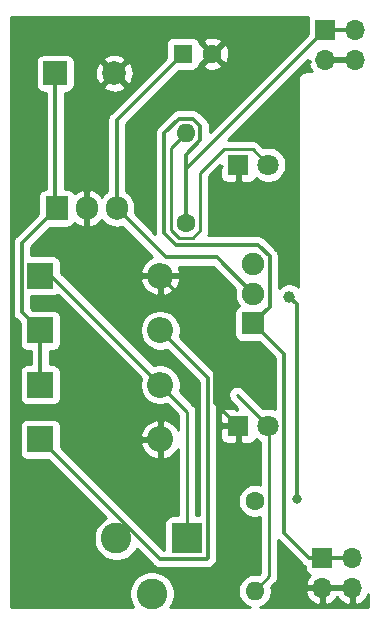
<source format=gtl>
%TF.GenerationSoftware,KiCad,Pcbnew,(5.1.7)-1*%
%TF.CreationDate,2020-12-23T17:26:37-03:00*%
%TF.ProjectId,Breadboard Power Supply,42726561-6462-46f6-9172-6420506f7765,-*%
%TF.SameCoordinates,Original*%
%TF.FileFunction,Copper,L1,Top*%
%TF.FilePolarity,Positive*%
%FSLAX46Y46*%
G04 Gerber Fmt 4.6, Leading zero omitted, Abs format (unit mm)*
G04 Created by KiCad (PCBNEW (5.1.7)-1) date 2020-12-23 17:26:37*
%MOMM*%
%LPD*%
G01*
G04 APERTURE LIST*
%TA.AperFunction,ComponentPad*%
%ADD10R,2.000000X2.000000*%
%TD*%
%TA.AperFunction,ComponentPad*%
%ADD11C,2.000000*%
%TD*%
%TA.AperFunction,ComponentPad*%
%ADD12R,1.600000X1.600000*%
%TD*%
%TA.AperFunction,ComponentPad*%
%ADD13C,1.600000*%
%TD*%
%TA.AperFunction,ComponentPad*%
%ADD14O,2.200000X2.200000*%
%TD*%
%TA.AperFunction,ComponentPad*%
%ADD15R,2.200000X2.200000*%
%TD*%
%TA.AperFunction,ComponentPad*%
%ADD16R,1.800000X1.800000*%
%TD*%
%TA.AperFunction,ComponentPad*%
%ADD17C,1.800000*%
%TD*%
%TA.AperFunction,ComponentPad*%
%ADD18R,2.600000X2.600000*%
%TD*%
%TA.AperFunction,ComponentPad*%
%ADD19C,2.600000*%
%TD*%
%TA.AperFunction,ComponentPad*%
%ADD20R,1.700000X1.700000*%
%TD*%
%TA.AperFunction,ComponentPad*%
%ADD21O,1.700000X1.700000*%
%TD*%
%TA.AperFunction,ComponentPad*%
%ADD22O,1.600000X1.600000*%
%TD*%
%TA.AperFunction,ComponentPad*%
%ADD23R,1.900000X1.900000*%
%TD*%
%TA.AperFunction,ComponentPad*%
%ADD24C,1.900000*%
%TD*%
%TA.AperFunction,ComponentPad*%
%ADD25R,1.905000X2.000000*%
%TD*%
%TA.AperFunction,ComponentPad*%
%ADD26O,1.905000X2.000000*%
%TD*%
%TA.AperFunction,ViaPad*%
%ADD27C,1.000000*%
%TD*%
%TA.AperFunction,ViaPad*%
%ADD28C,0.800000*%
%TD*%
%TA.AperFunction,Conductor*%
%ADD29C,0.300000*%
%TD*%
%TA.AperFunction,Conductor*%
%ADD30C,0.250000*%
%TD*%
%TA.AperFunction,Conductor*%
%ADD31C,0.254000*%
%TD*%
%TA.AperFunction,Conductor*%
%ADD32C,0.100000*%
%TD*%
G04 APERTURE END LIST*
D10*
%TO.P,C1,1*%
%TO.N,/Vin*%
X117348000Y-68834000D03*
D11*
%TO.P,C1,2*%
%TO.N,/V-*%
X122348000Y-68834000D03*
%TD*%
D12*
%TO.P,C2,1*%
%TO.N,/Vout1*%
X128143000Y-67183000D03*
D13*
%TO.P,C2,2*%
%TO.N,/V-*%
X130643000Y-67183000D03*
%TD*%
D14*
%TO.P,D1,2*%
%TO.N,Net-(D1-Pad2)*%
X126238000Y-95207666D03*
D15*
%TO.P,D1,1*%
%TO.N,/Vin*%
X116078000Y-95207666D03*
%TD*%
D14*
%TO.P,D2,2*%
%TO.N,/V-*%
X126238000Y-85979000D03*
D15*
%TO.P,D2,1*%
%TO.N,Net-(D1-Pad2)*%
X116078000Y-85979000D03*
%TD*%
%TO.P,D3,1*%
%TO.N,Net-(D3-Pad1)*%
X116078000Y-99822000D03*
D14*
%TO.P,D3,2*%
%TO.N,/V-*%
X126238000Y-99822000D03*
%TD*%
D15*
%TO.P,D4,1*%
%TO.N,/Vin*%
X116078000Y-90593333D03*
D14*
%TO.P,D4,2*%
%TO.N,Net-(D3-Pad1)*%
X126238000Y-90593333D03*
%TD*%
D16*
%TO.P,D5,1*%
%TO.N,/V-*%
X132842000Y-98679000D03*
D17*
%TO.P,D5,2*%
%TO.N,Net-(D5-Pad2)*%
X135382000Y-98679000D03*
%TD*%
%TO.P,D6,2*%
%TO.N,Net-(D6-Pad2)*%
X135382000Y-76581000D03*
D16*
%TO.P,D6,1*%
%TO.N,/V-*%
X132842000Y-76581000D03*
%TD*%
D18*
%TO.P,J1,1*%
%TO.N,Net-(D1-Pad2)*%
X128524000Y-108204000D03*
D19*
%TO.P,J1,2*%
%TO.N,Net-(D3-Pad1)*%
X122524000Y-108204000D03*
%TO.P,J1,3*%
%TO.N,N/C*%
X125524000Y-112904000D03*
%TD*%
D20*
%TO.P,J2,1*%
%TO.N,/Vout2*%
X140208000Y-65151000D03*
D21*
%TO.P,J2,2*%
X142748000Y-65151000D03*
%TO.P,J2,3*%
%TO.N,/V-*%
X140208000Y-67691000D03*
%TO.P,J2,4*%
X142748000Y-67691000D03*
%TD*%
%TO.P,J3,4*%
%TO.N,/V-*%
X142494000Y-112395000D03*
%TO.P,J3,3*%
X139954000Y-112395000D03*
%TO.P,J3,2*%
%TO.N,/Vout2*%
X142494000Y-109855000D03*
D20*
%TO.P,J3,1*%
X139954000Y-109855000D03*
%TD*%
D13*
%TO.P,R1,1*%
%TO.N,/Vout1*%
X134239000Y-105029000D03*
D22*
%TO.P,R1,2*%
%TO.N,Net-(D5-Pad2)*%
X134239000Y-112649000D03*
%TD*%
%TO.P,R2,2*%
%TO.N,Net-(D6-Pad2)*%
X128397000Y-73914000D03*
D13*
%TO.P,R2,1*%
%TO.N,/Vout2*%
X128397000Y-81534000D03*
%TD*%
D23*
%TO.P,SW1,1*%
%TO.N,/Vout2*%
X134112000Y-90010000D03*
D24*
%TO.P,SW1,2*%
%TO.N,/Vout1*%
X134112000Y-87510000D03*
%TO.P,SW1,3*%
%TO.N,N/C*%
X134112000Y-85010000D03*
%TD*%
D25*
%TO.P,U1,1*%
%TO.N,/Vin*%
X117475000Y-80264000D03*
D26*
%TO.P,U1,2*%
%TO.N,/V-*%
X120015000Y-80264000D03*
%TO.P,U1,3*%
%TO.N,/Vout1*%
X122555000Y-80264000D03*
%TD*%
D27*
%TO.N,/Vout1*%
X137160000Y-87757000D03*
D28*
X137795000Y-104902000D03*
%TD*%
D29*
%TO.N,/Vin*%
X116078000Y-95207666D02*
X116078000Y-90593333D01*
X117348000Y-80137000D02*
X117475000Y-80264000D01*
X117348000Y-68834000D02*
X117348000Y-80137000D01*
X114527999Y-83211001D02*
X117475000Y-80264000D01*
X114527999Y-89043332D02*
X114527999Y-83211001D01*
X116078000Y-90593333D02*
X114527999Y-89043332D01*
%TO.N,/Vout1*%
X122555000Y-72771000D02*
X122555000Y-80264000D01*
X128143000Y-67183000D02*
X122555000Y-72771000D01*
X126719999Y-84428999D02*
X122555000Y-80264000D01*
X131030999Y-84428999D02*
X126719999Y-84428999D01*
X134112000Y-87510000D02*
X131030999Y-84428999D01*
X137795000Y-88392000D02*
X137160000Y-87757000D01*
X137795000Y-104902000D02*
X137795000Y-88392000D01*
D30*
%TO.N,Net-(D1-Pad2)*%
X128524000Y-97493666D02*
X126238000Y-95207666D01*
X128524000Y-108204000D02*
X128524000Y-97493666D01*
X117009334Y-85979000D02*
X116078000Y-85979000D01*
X126238000Y-95207666D02*
X117009334Y-85979000D01*
D29*
%TO.N,Net-(D3-Pad1)*%
X130274001Y-94629334D02*
X126238000Y-90593333D01*
X130274001Y-109864001D02*
X130274001Y-94629334D01*
X130184001Y-109954001D02*
X130274001Y-109864001D01*
X126210001Y-109954001D02*
X130184001Y-109954001D01*
X116078000Y-99822000D02*
X126210001Y-109954001D01*
D30*
%TO.N,Net-(D5-Pad2)*%
X132736999Y-96033999D02*
X135382000Y-98679000D01*
X135464001Y-98761001D02*
X135382000Y-98679000D01*
X135464001Y-111423999D02*
X135464001Y-98761001D01*
X134239000Y-112649000D02*
X135464001Y-111423999D01*
%TO.N,Net-(D6-Pad2)*%
X134056999Y-75255999D02*
X135382000Y-76581000D01*
X131601999Y-75255999D02*
X134056999Y-75255999D01*
X129622001Y-77235997D02*
X131601999Y-75255999D01*
X129622001Y-82122001D02*
X129622001Y-77235997D01*
X128985001Y-82759001D02*
X129622001Y-82122001D01*
X127808999Y-82759001D02*
X128985001Y-82759001D01*
X127171999Y-82122001D02*
X127808999Y-82759001D01*
X127171999Y-75139001D02*
X127171999Y-82122001D01*
X128397000Y-73914000D02*
X127171999Y-75139001D01*
D29*
%TO.N,/Vout2*%
X142494000Y-109855000D02*
X139954000Y-109855000D01*
X136732001Y-92630001D02*
X134112000Y-90010000D01*
X136732001Y-107783001D02*
X136732001Y-92630001D01*
X138804000Y-109855000D02*
X136732001Y-107783001D01*
X139954000Y-109855000D02*
X138804000Y-109855000D01*
X142748000Y-65151000D02*
X140208000Y-65151000D01*
X128397000Y-76962000D02*
X128397000Y-81534000D01*
X140208000Y-65151000D02*
X128397000Y-76962000D01*
X128397000Y-75764002D02*
X128397000Y-81534000D01*
X129647001Y-74514001D02*
X128397000Y-75764002D01*
X129647001Y-73313999D02*
X129647001Y-74514001D01*
X128997001Y-72663999D02*
X129647001Y-73313999D01*
X127796999Y-72663999D02*
X128997001Y-72663999D01*
X126596989Y-73864009D02*
X127796999Y-72663999D01*
X126596989Y-82360177D02*
X126596989Y-73864009D01*
X127570823Y-83334011D02*
X126596989Y-82360177D01*
X134508013Y-83334011D02*
X127570823Y-83334011D01*
X135512001Y-84337999D02*
X134508013Y-83334011D01*
X135512001Y-88609999D02*
X135512001Y-84337999D01*
X134112000Y-90010000D02*
X135512001Y-88609999D01*
%TO.N,/V-*%
X130874011Y-90615011D02*
X130874011Y-96711011D01*
X130874011Y-96711011D02*
X132842000Y-98679000D01*
X126238000Y-85979000D02*
X130874011Y-90615011D01*
%TD*%
D31*
%TO.N,/V-*%
X138221658Y-110382816D02*
X138246236Y-110412764D01*
X138276184Y-110437342D01*
X138276187Y-110437345D01*
X138305559Y-110461450D01*
X138365767Y-110510862D01*
X138465928Y-110564399D01*
X138465928Y-110705000D01*
X138478188Y-110829482D01*
X138514498Y-110949180D01*
X138573463Y-111059494D01*
X138652815Y-111156185D01*
X138749506Y-111235537D01*
X138859820Y-111294502D01*
X138940466Y-111318966D01*
X138856412Y-111394731D01*
X138682359Y-111628080D01*
X138557175Y-111890901D01*
X138512524Y-112038110D01*
X138633845Y-112268000D01*
X139827000Y-112268000D01*
X139827000Y-112248000D01*
X140081000Y-112248000D01*
X140081000Y-112268000D01*
X142367000Y-112268000D01*
X142367000Y-112248000D01*
X142621000Y-112248000D01*
X142621000Y-112268000D01*
X142641000Y-112268000D01*
X142641000Y-112522000D01*
X142621000Y-112522000D01*
X142621000Y-113715814D01*
X142850891Y-113836481D01*
X143125252Y-113739157D01*
X143375355Y-113590178D01*
X143591588Y-113395269D01*
X143765641Y-113161920D01*
X143866000Y-112951218D01*
X143866000Y-114021000D01*
X134676533Y-114021000D01*
X134918727Y-113920680D01*
X135153759Y-113763637D01*
X135353637Y-113563759D01*
X135510680Y-113328727D01*
X135618853Y-113067574D01*
X135674000Y-112790335D01*
X135674000Y-112751890D01*
X138512524Y-112751890D01*
X138557175Y-112899099D01*
X138682359Y-113161920D01*
X138856412Y-113395269D01*
X139072645Y-113590178D01*
X139322748Y-113739157D01*
X139597109Y-113836481D01*
X139827000Y-113715814D01*
X139827000Y-112522000D01*
X140081000Y-112522000D01*
X140081000Y-113715814D01*
X140310891Y-113836481D01*
X140585252Y-113739157D01*
X140835355Y-113590178D01*
X141051588Y-113395269D01*
X141224000Y-113164120D01*
X141396412Y-113395269D01*
X141612645Y-113590178D01*
X141862748Y-113739157D01*
X142137109Y-113836481D01*
X142367000Y-113715814D01*
X142367000Y-112522000D01*
X140081000Y-112522000D01*
X139827000Y-112522000D01*
X138633845Y-112522000D01*
X138512524Y-112751890D01*
X135674000Y-112751890D01*
X135674000Y-112507665D01*
X135637688Y-112325114D01*
X135975005Y-111987797D01*
X136004002Y-111964000D01*
X136063993Y-111890901D01*
X136098975Y-111848276D01*
X136169547Y-111716246D01*
X136196291Y-111628080D01*
X136213004Y-111572985D01*
X136224001Y-111461332D01*
X136224001Y-111461323D01*
X136227677Y-111424000D01*
X136224001Y-111386677D01*
X136224001Y-108385158D01*
X138221658Y-110382816D01*
%TA.AperFunction,Conductor*%
D32*
G36*
X138221658Y-110382816D02*
G01*
X138246236Y-110412764D01*
X138276184Y-110437342D01*
X138276187Y-110437345D01*
X138305559Y-110461450D01*
X138365767Y-110510862D01*
X138465928Y-110564399D01*
X138465928Y-110705000D01*
X138478188Y-110829482D01*
X138514498Y-110949180D01*
X138573463Y-111059494D01*
X138652815Y-111156185D01*
X138749506Y-111235537D01*
X138859820Y-111294502D01*
X138940466Y-111318966D01*
X138856412Y-111394731D01*
X138682359Y-111628080D01*
X138557175Y-111890901D01*
X138512524Y-112038110D01*
X138633845Y-112268000D01*
X139827000Y-112268000D01*
X139827000Y-112248000D01*
X140081000Y-112248000D01*
X140081000Y-112268000D01*
X142367000Y-112268000D01*
X142367000Y-112248000D01*
X142621000Y-112248000D01*
X142621000Y-112268000D01*
X142641000Y-112268000D01*
X142641000Y-112522000D01*
X142621000Y-112522000D01*
X142621000Y-113715814D01*
X142850891Y-113836481D01*
X143125252Y-113739157D01*
X143375355Y-113590178D01*
X143591588Y-113395269D01*
X143765641Y-113161920D01*
X143866000Y-112951218D01*
X143866000Y-114021000D01*
X134676533Y-114021000D01*
X134918727Y-113920680D01*
X135153759Y-113763637D01*
X135353637Y-113563759D01*
X135510680Y-113328727D01*
X135618853Y-113067574D01*
X135674000Y-112790335D01*
X135674000Y-112751890D01*
X138512524Y-112751890D01*
X138557175Y-112899099D01*
X138682359Y-113161920D01*
X138856412Y-113395269D01*
X139072645Y-113590178D01*
X139322748Y-113739157D01*
X139597109Y-113836481D01*
X139827000Y-113715814D01*
X139827000Y-112522000D01*
X140081000Y-112522000D01*
X140081000Y-113715814D01*
X140310891Y-113836481D01*
X140585252Y-113739157D01*
X140835355Y-113590178D01*
X141051588Y-113395269D01*
X141224000Y-113164120D01*
X141396412Y-113395269D01*
X141612645Y-113590178D01*
X141862748Y-113739157D01*
X142137109Y-113836481D01*
X142367000Y-113715814D01*
X142367000Y-112522000D01*
X140081000Y-112522000D01*
X139827000Y-112522000D01*
X138633845Y-112522000D01*
X138512524Y-112751890D01*
X135674000Y-112751890D01*
X135674000Y-112507665D01*
X135637688Y-112325114D01*
X135975005Y-111987797D01*
X136004002Y-111964000D01*
X136063993Y-111890901D01*
X136098975Y-111848276D01*
X136169547Y-111716246D01*
X136196291Y-111628080D01*
X136213004Y-111572985D01*
X136224001Y-111461332D01*
X136224001Y-111461323D01*
X136227677Y-111424000D01*
X136224001Y-111386677D01*
X136224001Y-108385158D01*
X138221658Y-110382816D01*
G37*
%TD.AperFunction*%
D31*
X138768498Y-64056820D02*
X138732188Y-64176518D01*
X138719928Y-64301000D01*
X138719928Y-65528914D01*
X130432001Y-73816842D01*
X130432001Y-73352555D01*
X130435798Y-73313999D01*
X130432001Y-73275439D01*
X130432001Y-73275438D01*
X130425480Y-73209232D01*
X130420643Y-73160112D01*
X130375755Y-73012139D01*
X130351018Y-72965859D01*
X130302863Y-72875766D01*
X130204765Y-72756235D01*
X130174812Y-72731653D01*
X129579348Y-72136189D01*
X129554765Y-72106235D01*
X129435234Y-72008137D01*
X129298861Y-71935245D01*
X129150888Y-71890358D01*
X129035562Y-71878999D01*
X129035554Y-71878999D01*
X128997001Y-71875202D01*
X128958448Y-71878999D01*
X127835551Y-71878999D01*
X127796998Y-71875202D01*
X127758445Y-71878999D01*
X127758438Y-71878999D01*
X127657489Y-71888942D01*
X127643111Y-71890358D01*
X127608671Y-71900805D01*
X127495139Y-71935245D01*
X127358766Y-72008137D01*
X127317205Y-72042246D01*
X127269186Y-72081654D01*
X127269183Y-72081657D01*
X127239235Y-72106235D01*
X127214657Y-72136184D01*
X126069174Y-73281667D01*
X126039226Y-73306245D01*
X126014648Y-73336193D01*
X126014644Y-73336197D01*
X126000571Y-73353345D01*
X125941128Y-73425776D01*
X125903900Y-73495426D01*
X125868235Y-73562150D01*
X125823348Y-73710123D01*
X125808192Y-73864009D01*
X125811990Y-73902572D01*
X125811989Y-82321624D01*
X125808192Y-82360177D01*
X125811989Y-82398730D01*
X125811989Y-82398737D01*
X125813310Y-82412153D01*
X124097263Y-80696106D01*
X124119530Y-80622703D01*
X124142500Y-80389485D01*
X124142500Y-80138514D01*
X124119530Y-79905296D01*
X124028755Y-79606051D01*
X123881345Y-79330265D01*
X123682963Y-79088537D01*
X123441234Y-78890155D01*
X123340000Y-78836045D01*
X123340000Y-73096157D01*
X127815086Y-68621072D01*
X128943000Y-68621072D01*
X129067482Y-68608812D01*
X129187180Y-68572502D01*
X129297494Y-68513537D01*
X129394185Y-68434185D01*
X129473537Y-68337494D01*
X129532502Y-68227180D01*
X129548117Y-68175702D01*
X129829903Y-68175702D01*
X129901486Y-68419671D01*
X130156996Y-68540571D01*
X130431184Y-68609300D01*
X130713512Y-68623217D01*
X130993130Y-68581787D01*
X131259292Y-68486603D01*
X131384514Y-68419671D01*
X131456097Y-68175702D01*
X130643000Y-67362605D01*
X129829903Y-68175702D01*
X129548117Y-68175702D01*
X129568812Y-68107482D01*
X129581072Y-67983000D01*
X129581072Y-67975785D01*
X129650298Y-67996097D01*
X130463395Y-67183000D01*
X130822605Y-67183000D01*
X131635702Y-67996097D01*
X131879671Y-67924514D01*
X132000571Y-67669004D01*
X132069300Y-67394816D01*
X132083217Y-67112488D01*
X132041787Y-66832870D01*
X131946603Y-66566708D01*
X131879671Y-66441486D01*
X131635702Y-66369903D01*
X130822605Y-67183000D01*
X130463395Y-67183000D01*
X129650298Y-66369903D01*
X129581072Y-66390215D01*
X129581072Y-66383000D01*
X129568812Y-66258518D01*
X129548118Y-66190298D01*
X129829903Y-66190298D01*
X130643000Y-67003395D01*
X131456097Y-66190298D01*
X131384514Y-65946329D01*
X131129004Y-65825429D01*
X130854816Y-65756700D01*
X130572488Y-65742783D01*
X130292870Y-65784213D01*
X130026708Y-65879397D01*
X129901486Y-65946329D01*
X129829903Y-66190298D01*
X129548118Y-66190298D01*
X129532502Y-66138820D01*
X129473537Y-66028506D01*
X129394185Y-65931815D01*
X129297494Y-65852463D01*
X129187180Y-65793498D01*
X129067482Y-65757188D01*
X128943000Y-65744928D01*
X127343000Y-65744928D01*
X127218518Y-65757188D01*
X127098820Y-65793498D01*
X126988506Y-65852463D01*
X126891815Y-65931815D01*
X126812463Y-66028506D01*
X126753498Y-66138820D01*
X126717188Y-66258518D01*
X126704928Y-66383000D01*
X126704928Y-67510914D01*
X122027190Y-72188653D01*
X121997236Y-72213236D01*
X121899138Y-72332768D01*
X121826246Y-72469141D01*
X121781359Y-72617114D01*
X121770000Y-72732440D01*
X121770000Y-72732447D01*
X121766203Y-72771000D01*
X121770000Y-72809553D01*
X121770001Y-78836044D01*
X121668765Y-78890155D01*
X121427037Y-79088537D01*
X121279838Y-79267900D01*
X121124437Y-79082685D01*
X120881923Y-78888031D01*
X120606094Y-78744429D01*
X120387980Y-78673437D01*
X120142000Y-78793406D01*
X120142000Y-80137000D01*
X120162000Y-80137000D01*
X120162000Y-80391000D01*
X120142000Y-80391000D01*
X120142000Y-81734594D01*
X120387980Y-81854563D01*
X120606094Y-81783571D01*
X120881923Y-81639969D01*
X121124437Y-81445315D01*
X121279837Y-81260101D01*
X121427037Y-81439463D01*
X121668766Y-81637845D01*
X121944552Y-81785255D01*
X122243797Y-81876030D01*
X122555000Y-81906681D01*
X122866204Y-81876030D01*
X123012496Y-81831653D01*
X125565032Y-84384190D01*
X125519946Y-84399558D01*
X125225609Y-84569992D01*
X124970178Y-84794573D01*
X124763469Y-85064671D01*
X124613425Y-85369906D01*
X124548825Y-85582878D01*
X124666875Y-85852000D01*
X126111000Y-85852000D01*
X126111000Y-85832000D01*
X126365000Y-85832000D01*
X126365000Y-85852000D01*
X127809125Y-85852000D01*
X127927175Y-85582878D01*
X127862575Y-85369906D01*
X127785936Y-85213999D01*
X130705842Y-85213999D01*
X132579882Y-87088039D01*
X132527000Y-87353891D01*
X132527000Y-87666109D01*
X132587911Y-87972327D01*
X132707391Y-88260779D01*
X132866021Y-88498186D01*
X132807506Y-88529463D01*
X132710815Y-88608815D01*
X132631463Y-88705506D01*
X132572498Y-88815820D01*
X132536188Y-88935518D01*
X132523928Y-89060000D01*
X132523928Y-90960000D01*
X132536188Y-91084482D01*
X132572498Y-91204180D01*
X132631463Y-91314494D01*
X132710815Y-91411185D01*
X132807506Y-91490537D01*
X132917820Y-91549502D01*
X133037518Y-91585812D01*
X133162000Y-91598072D01*
X134589915Y-91598072D01*
X135947002Y-92955160D01*
X135947002Y-97251559D01*
X135829743Y-97202989D01*
X135533184Y-97144000D01*
X135230816Y-97144000D01*
X134973070Y-97195269D01*
X133248001Y-95470200D01*
X133161275Y-95399025D01*
X133029245Y-95328453D01*
X132885984Y-95284997D01*
X132736999Y-95270323D01*
X132588014Y-95284997D01*
X132444753Y-95328453D01*
X132312723Y-95399025D01*
X132196998Y-95493998D01*
X132102025Y-95609723D01*
X132031453Y-95741753D01*
X131987997Y-95885014D01*
X131973323Y-96033999D01*
X131987997Y-96182984D01*
X132031453Y-96326245D01*
X132102025Y-96458275D01*
X132173200Y-96545001D01*
X132772199Y-97144000D01*
X132714998Y-97144000D01*
X132714998Y-97302748D01*
X132556250Y-97144000D01*
X131942000Y-97140928D01*
X131817518Y-97153188D01*
X131697820Y-97189498D01*
X131587506Y-97248463D01*
X131490815Y-97327815D01*
X131411463Y-97424506D01*
X131352498Y-97534820D01*
X131316188Y-97654518D01*
X131303928Y-97779000D01*
X131307000Y-98393250D01*
X131465750Y-98552000D01*
X132715000Y-98552000D01*
X132715000Y-98532000D01*
X132969000Y-98532000D01*
X132969000Y-98552000D01*
X132989000Y-98552000D01*
X132989000Y-98806000D01*
X132969000Y-98806000D01*
X132969000Y-100055250D01*
X133127750Y-100214000D01*
X133742000Y-100217072D01*
X133866482Y-100204812D01*
X133986180Y-100168502D01*
X134096494Y-100109537D01*
X134193185Y-100030185D01*
X134272537Y-99933494D01*
X134331502Y-99823180D01*
X134337056Y-99804873D01*
X134403495Y-99871312D01*
X134654905Y-100039299D01*
X134704002Y-100059636D01*
X134704002Y-103668378D01*
X134657574Y-103649147D01*
X134380335Y-103594000D01*
X134097665Y-103594000D01*
X133820426Y-103649147D01*
X133559273Y-103757320D01*
X133324241Y-103914363D01*
X133124363Y-104114241D01*
X132967320Y-104349273D01*
X132859147Y-104610426D01*
X132804000Y-104887665D01*
X132804000Y-105170335D01*
X132859147Y-105447574D01*
X132967320Y-105708727D01*
X133124363Y-105943759D01*
X133324241Y-106143637D01*
X133559273Y-106300680D01*
X133820426Y-106408853D01*
X134097665Y-106464000D01*
X134380335Y-106464000D01*
X134657574Y-106408853D01*
X134704001Y-106389622D01*
X134704001Y-111109197D01*
X134562886Y-111250312D01*
X134380335Y-111214000D01*
X134097665Y-111214000D01*
X133820426Y-111269147D01*
X133559273Y-111377320D01*
X133324241Y-111534363D01*
X133124363Y-111734241D01*
X132967320Y-111969273D01*
X132859147Y-112230426D01*
X132804000Y-112507665D01*
X132804000Y-112790335D01*
X132859147Y-113067574D01*
X132967320Y-113328727D01*
X133124363Y-113563759D01*
X133324241Y-113763637D01*
X133559273Y-113920680D01*
X133801467Y-114021000D01*
X127104850Y-114021000D01*
X127238775Y-113820566D01*
X127384639Y-113468419D01*
X127459000Y-113094581D01*
X127459000Y-112713419D01*
X127384639Y-112339581D01*
X127238775Y-111987434D01*
X127027013Y-111670509D01*
X126757491Y-111400987D01*
X126440566Y-111189225D01*
X126088419Y-111043361D01*
X125714581Y-110969000D01*
X125333419Y-110969000D01*
X124959581Y-111043361D01*
X124607434Y-111189225D01*
X124290509Y-111400987D01*
X124020987Y-111670509D01*
X123809225Y-111987434D01*
X123663361Y-112339581D01*
X123589000Y-112713419D01*
X123589000Y-113094581D01*
X123663361Y-113468419D01*
X123809225Y-113820566D01*
X123943150Y-114021000D01*
X113563000Y-114021000D01*
X113563000Y-83211001D01*
X113739202Y-83211001D01*
X113743000Y-83249564D01*
X113742999Y-89004779D01*
X113739202Y-89043332D01*
X113742999Y-89081885D01*
X113742999Y-89081892D01*
X113754358Y-89197218D01*
X113799245Y-89345191D01*
X113872137Y-89481564D01*
X113970235Y-89601096D01*
X114000189Y-89625679D01*
X114339928Y-89965418D01*
X114339928Y-91693333D01*
X114352188Y-91817815D01*
X114388498Y-91937513D01*
X114447463Y-92047827D01*
X114526815Y-92144518D01*
X114623506Y-92223870D01*
X114733820Y-92282835D01*
X114853518Y-92319145D01*
X114978000Y-92331405D01*
X115293001Y-92331405D01*
X115293000Y-93469594D01*
X114978000Y-93469594D01*
X114853518Y-93481854D01*
X114733820Y-93518164D01*
X114623506Y-93577129D01*
X114526815Y-93656481D01*
X114447463Y-93753172D01*
X114388498Y-93863486D01*
X114352188Y-93983184D01*
X114339928Y-94107666D01*
X114339928Y-96307666D01*
X114352188Y-96432148D01*
X114388498Y-96551846D01*
X114447463Y-96662160D01*
X114526815Y-96758851D01*
X114623506Y-96838203D01*
X114733820Y-96897168D01*
X114853518Y-96933478D01*
X114978000Y-96945738D01*
X117178000Y-96945738D01*
X117302482Y-96933478D01*
X117422180Y-96897168D01*
X117532494Y-96838203D01*
X117629185Y-96758851D01*
X117708537Y-96662160D01*
X117767502Y-96551846D01*
X117803812Y-96432148D01*
X117816072Y-96307666D01*
X117816072Y-94107666D01*
X117803812Y-93983184D01*
X117767502Y-93863486D01*
X117708537Y-93753172D01*
X117629185Y-93656481D01*
X117532494Y-93577129D01*
X117422180Y-93518164D01*
X117302482Y-93481854D01*
X117178000Y-93469594D01*
X116863000Y-93469594D01*
X116863000Y-92331405D01*
X117178000Y-92331405D01*
X117302482Y-92319145D01*
X117422180Y-92282835D01*
X117532494Y-92223870D01*
X117629185Y-92144518D01*
X117708537Y-92047827D01*
X117767502Y-91937513D01*
X117803812Y-91817815D01*
X117816072Y-91693333D01*
X117816072Y-89493333D01*
X117803812Y-89368851D01*
X117767502Y-89249153D01*
X117708537Y-89138839D01*
X117629185Y-89042148D01*
X117532494Y-88962796D01*
X117422180Y-88903831D01*
X117302482Y-88867521D01*
X117178000Y-88855261D01*
X115450085Y-88855261D01*
X115312999Y-88718175D01*
X115312999Y-87717072D01*
X117178000Y-87717072D01*
X117302482Y-87704812D01*
X117422180Y-87668502D01*
X117532494Y-87609537D01*
X117550386Y-87594853D01*
X124595286Y-94639754D01*
X124569675Y-94701585D01*
X124503000Y-95036783D01*
X124503000Y-95378549D01*
X124569675Y-95713747D01*
X124700463Y-96029497D01*
X124890337Y-96313664D01*
X125132002Y-96555329D01*
X125416169Y-96745203D01*
X125731919Y-96875991D01*
X126067117Y-96942666D01*
X126408883Y-96942666D01*
X126744081Y-96875991D01*
X126805912Y-96850380D01*
X127764001Y-97808469D01*
X127764001Y-99012376D01*
X127712531Y-98907671D01*
X127505822Y-98637573D01*
X127250391Y-98412992D01*
X126956054Y-98242558D01*
X126634123Y-98132821D01*
X126365000Y-98250400D01*
X126365000Y-99695000D01*
X126385000Y-99695000D01*
X126385000Y-99949000D01*
X126365000Y-99949000D01*
X126365000Y-101393600D01*
X126634123Y-101511179D01*
X126956054Y-101401442D01*
X127250391Y-101231008D01*
X127505822Y-101006427D01*
X127712531Y-100736329D01*
X127764001Y-100631624D01*
X127764000Y-106265928D01*
X127224000Y-106265928D01*
X127099518Y-106278188D01*
X126979820Y-106314498D01*
X126869506Y-106373463D01*
X126772815Y-106452815D01*
X126693463Y-106549506D01*
X126634498Y-106659820D01*
X126598188Y-106779518D01*
X126585928Y-106904000D01*
X126585928Y-109169001D01*
X126535159Y-109169001D01*
X117816072Y-100449915D01*
X117816072Y-100218122D01*
X124548825Y-100218122D01*
X124613425Y-100431094D01*
X124763469Y-100736329D01*
X124970178Y-101006427D01*
X125225609Y-101231008D01*
X125519946Y-101401442D01*
X125841877Y-101511179D01*
X126111000Y-101393600D01*
X126111000Y-99949000D01*
X124666875Y-99949000D01*
X124548825Y-100218122D01*
X117816072Y-100218122D01*
X117816072Y-99425878D01*
X124548825Y-99425878D01*
X124666875Y-99695000D01*
X126111000Y-99695000D01*
X126111000Y-98250400D01*
X125841877Y-98132821D01*
X125519946Y-98242558D01*
X125225609Y-98412992D01*
X124970178Y-98637573D01*
X124763469Y-98907671D01*
X124613425Y-99212906D01*
X124548825Y-99425878D01*
X117816072Y-99425878D01*
X117816072Y-98722000D01*
X117803812Y-98597518D01*
X117767502Y-98477820D01*
X117708537Y-98367506D01*
X117629185Y-98270815D01*
X117532494Y-98191463D01*
X117422180Y-98132498D01*
X117302482Y-98096188D01*
X117178000Y-98083928D01*
X114978000Y-98083928D01*
X114853518Y-98096188D01*
X114733820Y-98132498D01*
X114623506Y-98191463D01*
X114526815Y-98270815D01*
X114447463Y-98367506D01*
X114388498Y-98477820D01*
X114352188Y-98597518D01*
X114339928Y-98722000D01*
X114339928Y-100922000D01*
X114352188Y-101046482D01*
X114388498Y-101166180D01*
X114447463Y-101276494D01*
X114526815Y-101373185D01*
X114623506Y-101452537D01*
X114733820Y-101511502D01*
X114853518Y-101547812D01*
X114978000Y-101560072D01*
X116705915Y-101560072D01*
X121626974Y-106481131D01*
X121607434Y-106489225D01*
X121290509Y-106700987D01*
X121020987Y-106970509D01*
X120809225Y-107287434D01*
X120663361Y-107639581D01*
X120589000Y-108013419D01*
X120589000Y-108394581D01*
X120663361Y-108768419D01*
X120809225Y-109120566D01*
X121020987Y-109437491D01*
X121290509Y-109707013D01*
X121607434Y-109918775D01*
X121959581Y-110064639D01*
X122333419Y-110139000D01*
X122714581Y-110139000D01*
X123088419Y-110064639D01*
X123440566Y-109918775D01*
X123757491Y-109707013D01*
X124027013Y-109437491D01*
X124238775Y-109120566D01*
X124246869Y-109101026D01*
X125627659Y-110481817D01*
X125652237Y-110511765D01*
X125682185Y-110536343D01*
X125682188Y-110536346D01*
X125709074Y-110558411D01*
X125771768Y-110609863D01*
X125908141Y-110682755D01*
X126021673Y-110717195D01*
X126056113Y-110727642D01*
X126070491Y-110729058D01*
X126171440Y-110739001D01*
X126171447Y-110739001D01*
X126210000Y-110742798D01*
X126248553Y-110739001D01*
X130145448Y-110739001D01*
X130184001Y-110742798D01*
X130222554Y-110739001D01*
X130222562Y-110739001D01*
X130337888Y-110727642D01*
X130485861Y-110682755D01*
X130622234Y-110609863D01*
X130741765Y-110511765D01*
X130766348Y-110481811D01*
X130801812Y-110446347D01*
X130831765Y-110421765D01*
X130929863Y-110302234D01*
X131002755Y-110165861D01*
X131047642Y-110017888D01*
X131059001Y-109902562D01*
X131059001Y-109902555D01*
X131062798Y-109864002D01*
X131059001Y-109825449D01*
X131059001Y-99579000D01*
X131303928Y-99579000D01*
X131316188Y-99703482D01*
X131352498Y-99823180D01*
X131411463Y-99933494D01*
X131490815Y-100030185D01*
X131587506Y-100109537D01*
X131697820Y-100168502D01*
X131817518Y-100204812D01*
X131942000Y-100217072D01*
X132556250Y-100214000D01*
X132715000Y-100055250D01*
X132715000Y-98806000D01*
X131465750Y-98806000D01*
X131307000Y-98964750D01*
X131303928Y-99579000D01*
X131059001Y-99579000D01*
X131059001Y-94667886D01*
X131062798Y-94629333D01*
X131059001Y-94590780D01*
X131059001Y-94590773D01*
X131047642Y-94475447D01*
X131002755Y-94327474D01*
X130929863Y-94191101D01*
X130861389Y-94107666D01*
X130856346Y-94101521D01*
X130856343Y-94101518D01*
X130831765Y-94071570D01*
X130801817Y-94046992D01*
X127891069Y-91136245D01*
X127906325Y-91099414D01*
X127973000Y-90764216D01*
X127973000Y-90422450D01*
X127906325Y-90087252D01*
X127775537Y-89771502D01*
X127585663Y-89487335D01*
X127343998Y-89245670D01*
X127059831Y-89055796D01*
X126744081Y-88925008D01*
X126408883Y-88858333D01*
X126067117Y-88858333D01*
X125731919Y-88925008D01*
X125416169Y-89055796D01*
X125132002Y-89245670D01*
X124890337Y-89487335D01*
X124700463Y-89771502D01*
X124569675Y-90087252D01*
X124503000Y-90422450D01*
X124503000Y-90764216D01*
X124569675Y-91099414D01*
X124700463Y-91415164D01*
X124890337Y-91699331D01*
X125132002Y-91940996D01*
X125416169Y-92130870D01*
X125731919Y-92261658D01*
X126067117Y-92328333D01*
X126408883Y-92328333D01*
X126744081Y-92261658D01*
X126780912Y-92246402D01*
X129489002Y-94954493D01*
X129489001Y-106265928D01*
X129284000Y-106265928D01*
X129284000Y-97530988D01*
X129287676Y-97493665D01*
X129284000Y-97456342D01*
X129284000Y-97456333D01*
X129273003Y-97344680D01*
X129229546Y-97201419D01*
X129158974Y-97069390D01*
X129064001Y-96953665D01*
X129035003Y-96929867D01*
X127880714Y-95775578D01*
X127906325Y-95713747D01*
X127973000Y-95378549D01*
X127973000Y-95036783D01*
X127906325Y-94701585D01*
X127775537Y-94385835D01*
X127585663Y-94101668D01*
X127343998Y-93860003D01*
X127059831Y-93670129D01*
X126744081Y-93539341D01*
X126408883Y-93472666D01*
X126067117Y-93472666D01*
X125731919Y-93539341D01*
X125670088Y-93564952D01*
X118480258Y-86375122D01*
X124548825Y-86375122D01*
X124613425Y-86588094D01*
X124763469Y-86893329D01*
X124970178Y-87163427D01*
X125225609Y-87388008D01*
X125519946Y-87558442D01*
X125841877Y-87668179D01*
X126111000Y-87550600D01*
X126111000Y-86106000D01*
X126365000Y-86106000D01*
X126365000Y-87550600D01*
X126634123Y-87668179D01*
X126956054Y-87558442D01*
X127250391Y-87388008D01*
X127505822Y-87163427D01*
X127712531Y-86893329D01*
X127862575Y-86588094D01*
X127927175Y-86375122D01*
X127809125Y-86106000D01*
X126365000Y-86106000D01*
X126111000Y-86106000D01*
X124666875Y-86106000D01*
X124548825Y-86375122D01*
X118480258Y-86375122D01*
X117816072Y-85710937D01*
X117816072Y-84879000D01*
X117803812Y-84754518D01*
X117767502Y-84634820D01*
X117708537Y-84524506D01*
X117629185Y-84427815D01*
X117532494Y-84348463D01*
X117422180Y-84289498D01*
X117302482Y-84253188D01*
X117178000Y-84240928D01*
X115312999Y-84240928D01*
X115312999Y-83536158D01*
X116947085Y-81902072D01*
X118427500Y-81902072D01*
X118551982Y-81889812D01*
X118671680Y-81853502D01*
X118781994Y-81794537D01*
X118878685Y-81715185D01*
X118958037Y-81618494D01*
X119007059Y-81526781D01*
X119148077Y-81639969D01*
X119423906Y-81783571D01*
X119642020Y-81854563D01*
X119888000Y-81734594D01*
X119888000Y-80391000D01*
X119868000Y-80391000D01*
X119868000Y-80137000D01*
X119888000Y-80137000D01*
X119888000Y-78793406D01*
X119642020Y-78673437D01*
X119423906Y-78744429D01*
X119148077Y-78888031D01*
X119007059Y-79001219D01*
X118958037Y-78909506D01*
X118878685Y-78812815D01*
X118781994Y-78733463D01*
X118671680Y-78674498D01*
X118551982Y-78638188D01*
X118427500Y-78625928D01*
X118133000Y-78625928D01*
X118133000Y-70472072D01*
X118348000Y-70472072D01*
X118472482Y-70459812D01*
X118592180Y-70423502D01*
X118702494Y-70364537D01*
X118799185Y-70285185D01*
X118878537Y-70188494D01*
X118937502Y-70078180D01*
X118970496Y-69969413D01*
X121392192Y-69969413D01*
X121487956Y-70233814D01*
X121777571Y-70374704D01*
X122089108Y-70456384D01*
X122410595Y-70475718D01*
X122729675Y-70431961D01*
X123034088Y-70326795D01*
X123208044Y-70233814D01*
X123303808Y-69969413D01*
X122348000Y-69013605D01*
X121392192Y-69969413D01*
X118970496Y-69969413D01*
X118973812Y-69958482D01*
X118986072Y-69834000D01*
X118986072Y-68896595D01*
X120706282Y-68896595D01*
X120750039Y-69215675D01*
X120855205Y-69520088D01*
X120948186Y-69694044D01*
X121212587Y-69789808D01*
X122168395Y-68834000D01*
X122527605Y-68834000D01*
X123483413Y-69789808D01*
X123747814Y-69694044D01*
X123888704Y-69404429D01*
X123970384Y-69092892D01*
X123989718Y-68771405D01*
X123945961Y-68452325D01*
X123840795Y-68147912D01*
X123747814Y-67973956D01*
X123483413Y-67878192D01*
X122527605Y-68834000D01*
X122168395Y-68834000D01*
X121212587Y-67878192D01*
X120948186Y-67973956D01*
X120807296Y-68263571D01*
X120725616Y-68575108D01*
X120706282Y-68896595D01*
X118986072Y-68896595D01*
X118986072Y-67834000D01*
X118973812Y-67709518D01*
X118970497Y-67698587D01*
X121392192Y-67698587D01*
X122348000Y-68654395D01*
X123303808Y-67698587D01*
X123208044Y-67434186D01*
X122918429Y-67293296D01*
X122606892Y-67211616D01*
X122285405Y-67192282D01*
X121966325Y-67236039D01*
X121661912Y-67341205D01*
X121487956Y-67434186D01*
X121392192Y-67698587D01*
X118970497Y-67698587D01*
X118937502Y-67589820D01*
X118878537Y-67479506D01*
X118799185Y-67382815D01*
X118702494Y-67303463D01*
X118592180Y-67244498D01*
X118472482Y-67208188D01*
X118348000Y-67195928D01*
X116348000Y-67195928D01*
X116223518Y-67208188D01*
X116103820Y-67244498D01*
X115993506Y-67303463D01*
X115896815Y-67382815D01*
X115817463Y-67479506D01*
X115758498Y-67589820D01*
X115722188Y-67709518D01*
X115709928Y-67834000D01*
X115709928Y-69834000D01*
X115722188Y-69958482D01*
X115758498Y-70078180D01*
X115817463Y-70188494D01*
X115896815Y-70285185D01*
X115993506Y-70364537D01*
X116103820Y-70423502D01*
X116223518Y-70459812D01*
X116348000Y-70472072D01*
X116563000Y-70472072D01*
X116563001Y-78625928D01*
X116522500Y-78625928D01*
X116398018Y-78638188D01*
X116278320Y-78674498D01*
X116168006Y-78733463D01*
X116071315Y-78812815D01*
X115991963Y-78909506D01*
X115932998Y-79019820D01*
X115896688Y-79139518D01*
X115884428Y-79264000D01*
X115884428Y-80744415D01*
X114000184Y-82628659D01*
X113970236Y-82653237D01*
X113945658Y-82683185D01*
X113945654Y-82683189D01*
X113912689Y-82723357D01*
X113872138Y-82772768D01*
X113833176Y-82845661D01*
X113799245Y-82909142D01*
X113754358Y-83057115D01*
X113739202Y-83211001D01*
X113563000Y-83211001D01*
X113563000Y-64033000D01*
X138781230Y-64033000D01*
X138768498Y-64056820D01*
%TA.AperFunction,Conductor*%
D32*
G36*
X138768498Y-64056820D02*
G01*
X138732188Y-64176518D01*
X138719928Y-64301000D01*
X138719928Y-65528914D01*
X130432001Y-73816842D01*
X130432001Y-73352555D01*
X130435798Y-73313999D01*
X130432001Y-73275439D01*
X130432001Y-73275438D01*
X130425480Y-73209232D01*
X130420643Y-73160112D01*
X130375755Y-73012139D01*
X130351018Y-72965859D01*
X130302863Y-72875766D01*
X130204765Y-72756235D01*
X130174812Y-72731653D01*
X129579348Y-72136189D01*
X129554765Y-72106235D01*
X129435234Y-72008137D01*
X129298861Y-71935245D01*
X129150888Y-71890358D01*
X129035562Y-71878999D01*
X129035554Y-71878999D01*
X128997001Y-71875202D01*
X128958448Y-71878999D01*
X127835551Y-71878999D01*
X127796998Y-71875202D01*
X127758445Y-71878999D01*
X127758438Y-71878999D01*
X127657489Y-71888942D01*
X127643111Y-71890358D01*
X127608671Y-71900805D01*
X127495139Y-71935245D01*
X127358766Y-72008137D01*
X127317205Y-72042246D01*
X127269186Y-72081654D01*
X127269183Y-72081657D01*
X127239235Y-72106235D01*
X127214657Y-72136184D01*
X126069174Y-73281667D01*
X126039226Y-73306245D01*
X126014648Y-73336193D01*
X126014644Y-73336197D01*
X126000571Y-73353345D01*
X125941128Y-73425776D01*
X125903900Y-73495426D01*
X125868235Y-73562150D01*
X125823348Y-73710123D01*
X125808192Y-73864009D01*
X125811990Y-73902572D01*
X125811989Y-82321624D01*
X125808192Y-82360177D01*
X125811989Y-82398730D01*
X125811989Y-82398737D01*
X125813310Y-82412153D01*
X124097263Y-80696106D01*
X124119530Y-80622703D01*
X124142500Y-80389485D01*
X124142500Y-80138514D01*
X124119530Y-79905296D01*
X124028755Y-79606051D01*
X123881345Y-79330265D01*
X123682963Y-79088537D01*
X123441234Y-78890155D01*
X123340000Y-78836045D01*
X123340000Y-73096157D01*
X127815086Y-68621072D01*
X128943000Y-68621072D01*
X129067482Y-68608812D01*
X129187180Y-68572502D01*
X129297494Y-68513537D01*
X129394185Y-68434185D01*
X129473537Y-68337494D01*
X129532502Y-68227180D01*
X129548117Y-68175702D01*
X129829903Y-68175702D01*
X129901486Y-68419671D01*
X130156996Y-68540571D01*
X130431184Y-68609300D01*
X130713512Y-68623217D01*
X130993130Y-68581787D01*
X131259292Y-68486603D01*
X131384514Y-68419671D01*
X131456097Y-68175702D01*
X130643000Y-67362605D01*
X129829903Y-68175702D01*
X129548117Y-68175702D01*
X129568812Y-68107482D01*
X129581072Y-67983000D01*
X129581072Y-67975785D01*
X129650298Y-67996097D01*
X130463395Y-67183000D01*
X130822605Y-67183000D01*
X131635702Y-67996097D01*
X131879671Y-67924514D01*
X132000571Y-67669004D01*
X132069300Y-67394816D01*
X132083217Y-67112488D01*
X132041787Y-66832870D01*
X131946603Y-66566708D01*
X131879671Y-66441486D01*
X131635702Y-66369903D01*
X130822605Y-67183000D01*
X130463395Y-67183000D01*
X129650298Y-66369903D01*
X129581072Y-66390215D01*
X129581072Y-66383000D01*
X129568812Y-66258518D01*
X129548118Y-66190298D01*
X129829903Y-66190298D01*
X130643000Y-67003395D01*
X131456097Y-66190298D01*
X131384514Y-65946329D01*
X131129004Y-65825429D01*
X130854816Y-65756700D01*
X130572488Y-65742783D01*
X130292870Y-65784213D01*
X130026708Y-65879397D01*
X129901486Y-65946329D01*
X129829903Y-66190298D01*
X129548118Y-66190298D01*
X129532502Y-66138820D01*
X129473537Y-66028506D01*
X129394185Y-65931815D01*
X129297494Y-65852463D01*
X129187180Y-65793498D01*
X129067482Y-65757188D01*
X128943000Y-65744928D01*
X127343000Y-65744928D01*
X127218518Y-65757188D01*
X127098820Y-65793498D01*
X126988506Y-65852463D01*
X126891815Y-65931815D01*
X126812463Y-66028506D01*
X126753498Y-66138820D01*
X126717188Y-66258518D01*
X126704928Y-66383000D01*
X126704928Y-67510914D01*
X122027190Y-72188653D01*
X121997236Y-72213236D01*
X121899138Y-72332768D01*
X121826246Y-72469141D01*
X121781359Y-72617114D01*
X121770000Y-72732440D01*
X121770000Y-72732447D01*
X121766203Y-72771000D01*
X121770000Y-72809553D01*
X121770001Y-78836044D01*
X121668765Y-78890155D01*
X121427037Y-79088537D01*
X121279838Y-79267900D01*
X121124437Y-79082685D01*
X120881923Y-78888031D01*
X120606094Y-78744429D01*
X120387980Y-78673437D01*
X120142000Y-78793406D01*
X120142000Y-80137000D01*
X120162000Y-80137000D01*
X120162000Y-80391000D01*
X120142000Y-80391000D01*
X120142000Y-81734594D01*
X120387980Y-81854563D01*
X120606094Y-81783571D01*
X120881923Y-81639969D01*
X121124437Y-81445315D01*
X121279837Y-81260101D01*
X121427037Y-81439463D01*
X121668766Y-81637845D01*
X121944552Y-81785255D01*
X122243797Y-81876030D01*
X122555000Y-81906681D01*
X122866204Y-81876030D01*
X123012496Y-81831653D01*
X125565032Y-84384190D01*
X125519946Y-84399558D01*
X125225609Y-84569992D01*
X124970178Y-84794573D01*
X124763469Y-85064671D01*
X124613425Y-85369906D01*
X124548825Y-85582878D01*
X124666875Y-85852000D01*
X126111000Y-85852000D01*
X126111000Y-85832000D01*
X126365000Y-85832000D01*
X126365000Y-85852000D01*
X127809125Y-85852000D01*
X127927175Y-85582878D01*
X127862575Y-85369906D01*
X127785936Y-85213999D01*
X130705842Y-85213999D01*
X132579882Y-87088039D01*
X132527000Y-87353891D01*
X132527000Y-87666109D01*
X132587911Y-87972327D01*
X132707391Y-88260779D01*
X132866021Y-88498186D01*
X132807506Y-88529463D01*
X132710815Y-88608815D01*
X132631463Y-88705506D01*
X132572498Y-88815820D01*
X132536188Y-88935518D01*
X132523928Y-89060000D01*
X132523928Y-90960000D01*
X132536188Y-91084482D01*
X132572498Y-91204180D01*
X132631463Y-91314494D01*
X132710815Y-91411185D01*
X132807506Y-91490537D01*
X132917820Y-91549502D01*
X133037518Y-91585812D01*
X133162000Y-91598072D01*
X134589915Y-91598072D01*
X135947002Y-92955160D01*
X135947002Y-97251559D01*
X135829743Y-97202989D01*
X135533184Y-97144000D01*
X135230816Y-97144000D01*
X134973070Y-97195269D01*
X133248001Y-95470200D01*
X133161275Y-95399025D01*
X133029245Y-95328453D01*
X132885984Y-95284997D01*
X132736999Y-95270323D01*
X132588014Y-95284997D01*
X132444753Y-95328453D01*
X132312723Y-95399025D01*
X132196998Y-95493998D01*
X132102025Y-95609723D01*
X132031453Y-95741753D01*
X131987997Y-95885014D01*
X131973323Y-96033999D01*
X131987997Y-96182984D01*
X132031453Y-96326245D01*
X132102025Y-96458275D01*
X132173200Y-96545001D01*
X132772199Y-97144000D01*
X132714998Y-97144000D01*
X132714998Y-97302748D01*
X132556250Y-97144000D01*
X131942000Y-97140928D01*
X131817518Y-97153188D01*
X131697820Y-97189498D01*
X131587506Y-97248463D01*
X131490815Y-97327815D01*
X131411463Y-97424506D01*
X131352498Y-97534820D01*
X131316188Y-97654518D01*
X131303928Y-97779000D01*
X131307000Y-98393250D01*
X131465750Y-98552000D01*
X132715000Y-98552000D01*
X132715000Y-98532000D01*
X132969000Y-98532000D01*
X132969000Y-98552000D01*
X132989000Y-98552000D01*
X132989000Y-98806000D01*
X132969000Y-98806000D01*
X132969000Y-100055250D01*
X133127750Y-100214000D01*
X133742000Y-100217072D01*
X133866482Y-100204812D01*
X133986180Y-100168502D01*
X134096494Y-100109537D01*
X134193185Y-100030185D01*
X134272537Y-99933494D01*
X134331502Y-99823180D01*
X134337056Y-99804873D01*
X134403495Y-99871312D01*
X134654905Y-100039299D01*
X134704002Y-100059636D01*
X134704002Y-103668378D01*
X134657574Y-103649147D01*
X134380335Y-103594000D01*
X134097665Y-103594000D01*
X133820426Y-103649147D01*
X133559273Y-103757320D01*
X133324241Y-103914363D01*
X133124363Y-104114241D01*
X132967320Y-104349273D01*
X132859147Y-104610426D01*
X132804000Y-104887665D01*
X132804000Y-105170335D01*
X132859147Y-105447574D01*
X132967320Y-105708727D01*
X133124363Y-105943759D01*
X133324241Y-106143637D01*
X133559273Y-106300680D01*
X133820426Y-106408853D01*
X134097665Y-106464000D01*
X134380335Y-106464000D01*
X134657574Y-106408853D01*
X134704001Y-106389622D01*
X134704001Y-111109197D01*
X134562886Y-111250312D01*
X134380335Y-111214000D01*
X134097665Y-111214000D01*
X133820426Y-111269147D01*
X133559273Y-111377320D01*
X133324241Y-111534363D01*
X133124363Y-111734241D01*
X132967320Y-111969273D01*
X132859147Y-112230426D01*
X132804000Y-112507665D01*
X132804000Y-112790335D01*
X132859147Y-113067574D01*
X132967320Y-113328727D01*
X133124363Y-113563759D01*
X133324241Y-113763637D01*
X133559273Y-113920680D01*
X133801467Y-114021000D01*
X127104850Y-114021000D01*
X127238775Y-113820566D01*
X127384639Y-113468419D01*
X127459000Y-113094581D01*
X127459000Y-112713419D01*
X127384639Y-112339581D01*
X127238775Y-111987434D01*
X127027013Y-111670509D01*
X126757491Y-111400987D01*
X126440566Y-111189225D01*
X126088419Y-111043361D01*
X125714581Y-110969000D01*
X125333419Y-110969000D01*
X124959581Y-111043361D01*
X124607434Y-111189225D01*
X124290509Y-111400987D01*
X124020987Y-111670509D01*
X123809225Y-111987434D01*
X123663361Y-112339581D01*
X123589000Y-112713419D01*
X123589000Y-113094581D01*
X123663361Y-113468419D01*
X123809225Y-113820566D01*
X123943150Y-114021000D01*
X113563000Y-114021000D01*
X113563000Y-83211001D01*
X113739202Y-83211001D01*
X113743000Y-83249564D01*
X113742999Y-89004779D01*
X113739202Y-89043332D01*
X113742999Y-89081885D01*
X113742999Y-89081892D01*
X113754358Y-89197218D01*
X113799245Y-89345191D01*
X113872137Y-89481564D01*
X113970235Y-89601096D01*
X114000189Y-89625679D01*
X114339928Y-89965418D01*
X114339928Y-91693333D01*
X114352188Y-91817815D01*
X114388498Y-91937513D01*
X114447463Y-92047827D01*
X114526815Y-92144518D01*
X114623506Y-92223870D01*
X114733820Y-92282835D01*
X114853518Y-92319145D01*
X114978000Y-92331405D01*
X115293001Y-92331405D01*
X115293000Y-93469594D01*
X114978000Y-93469594D01*
X114853518Y-93481854D01*
X114733820Y-93518164D01*
X114623506Y-93577129D01*
X114526815Y-93656481D01*
X114447463Y-93753172D01*
X114388498Y-93863486D01*
X114352188Y-93983184D01*
X114339928Y-94107666D01*
X114339928Y-96307666D01*
X114352188Y-96432148D01*
X114388498Y-96551846D01*
X114447463Y-96662160D01*
X114526815Y-96758851D01*
X114623506Y-96838203D01*
X114733820Y-96897168D01*
X114853518Y-96933478D01*
X114978000Y-96945738D01*
X117178000Y-96945738D01*
X117302482Y-96933478D01*
X117422180Y-96897168D01*
X117532494Y-96838203D01*
X117629185Y-96758851D01*
X117708537Y-96662160D01*
X117767502Y-96551846D01*
X117803812Y-96432148D01*
X117816072Y-96307666D01*
X117816072Y-94107666D01*
X117803812Y-93983184D01*
X117767502Y-93863486D01*
X117708537Y-93753172D01*
X117629185Y-93656481D01*
X117532494Y-93577129D01*
X117422180Y-93518164D01*
X117302482Y-93481854D01*
X117178000Y-93469594D01*
X116863000Y-93469594D01*
X116863000Y-92331405D01*
X117178000Y-92331405D01*
X117302482Y-92319145D01*
X117422180Y-92282835D01*
X117532494Y-92223870D01*
X117629185Y-92144518D01*
X117708537Y-92047827D01*
X117767502Y-91937513D01*
X117803812Y-91817815D01*
X117816072Y-91693333D01*
X117816072Y-89493333D01*
X117803812Y-89368851D01*
X117767502Y-89249153D01*
X117708537Y-89138839D01*
X117629185Y-89042148D01*
X117532494Y-88962796D01*
X117422180Y-88903831D01*
X117302482Y-88867521D01*
X117178000Y-88855261D01*
X115450085Y-88855261D01*
X115312999Y-88718175D01*
X115312999Y-87717072D01*
X117178000Y-87717072D01*
X117302482Y-87704812D01*
X117422180Y-87668502D01*
X117532494Y-87609537D01*
X117550386Y-87594853D01*
X124595286Y-94639754D01*
X124569675Y-94701585D01*
X124503000Y-95036783D01*
X124503000Y-95378549D01*
X124569675Y-95713747D01*
X124700463Y-96029497D01*
X124890337Y-96313664D01*
X125132002Y-96555329D01*
X125416169Y-96745203D01*
X125731919Y-96875991D01*
X126067117Y-96942666D01*
X126408883Y-96942666D01*
X126744081Y-96875991D01*
X126805912Y-96850380D01*
X127764001Y-97808469D01*
X127764001Y-99012376D01*
X127712531Y-98907671D01*
X127505822Y-98637573D01*
X127250391Y-98412992D01*
X126956054Y-98242558D01*
X126634123Y-98132821D01*
X126365000Y-98250400D01*
X126365000Y-99695000D01*
X126385000Y-99695000D01*
X126385000Y-99949000D01*
X126365000Y-99949000D01*
X126365000Y-101393600D01*
X126634123Y-101511179D01*
X126956054Y-101401442D01*
X127250391Y-101231008D01*
X127505822Y-101006427D01*
X127712531Y-100736329D01*
X127764001Y-100631624D01*
X127764000Y-106265928D01*
X127224000Y-106265928D01*
X127099518Y-106278188D01*
X126979820Y-106314498D01*
X126869506Y-106373463D01*
X126772815Y-106452815D01*
X126693463Y-106549506D01*
X126634498Y-106659820D01*
X126598188Y-106779518D01*
X126585928Y-106904000D01*
X126585928Y-109169001D01*
X126535159Y-109169001D01*
X117816072Y-100449915D01*
X117816072Y-100218122D01*
X124548825Y-100218122D01*
X124613425Y-100431094D01*
X124763469Y-100736329D01*
X124970178Y-101006427D01*
X125225609Y-101231008D01*
X125519946Y-101401442D01*
X125841877Y-101511179D01*
X126111000Y-101393600D01*
X126111000Y-99949000D01*
X124666875Y-99949000D01*
X124548825Y-100218122D01*
X117816072Y-100218122D01*
X117816072Y-99425878D01*
X124548825Y-99425878D01*
X124666875Y-99695000D01*
X126111000Y-99695000D01*
X126111000Y-98250400D01*
X125841877Y-98132821D01*
X125519946Y-98242558D01*
X125225609Y-98412992D01*
X124970178Y-98637573D01*
X124763469Y-98907671D01*
X124613425Y-99212906D01*
X124548825Y-99425878D01*
X117816072Y-99425878D01*
X117816072Y-98722000D01*
X117803812Y-98597518D01*
X117767502Y-98477820D01*
X117708537Y-98367506D01*
X117629185Y-98270815D01*
X117532494Y-98191463D01*
X117422180Y-98132498D01*
X117302482Y-98096188D01*
X117178000Y-98083928D01*
X114978000Y-98083928D01*
X114853518Y-98096188D01*
X114733820Y-98132498D01*
X114623506Y-98191463D01*
X114526815Y-98270815D01*
X114447463Y-98367506D01*
X114388498Y-98477820D01*
X114352188Y-98597518D01*
X114339928Y-98722000D01*
X114339928Y-100922000D01*
X114352188Y-101046482D01*
X114388498Y-101166180D01*
X114447463Y-101276494D01*
X114526815Y-101373185D01*
X114623506Y-101452537D01*
X114733820Y-101511502D01*
X114853518Y-101547812D01*
X114978000Y-101560072D01*
X116705915Y-101560072D01*
X121626974Y-106481131D01*
X121607434Y-106489225D01*
X121290509Y-106700987D01*
X121020987Y-106970509D01*
X120809225Y-107287434D01*
X120663361Y-107639581D01*
X120589000Y-108013419D01*
X120589000Y-108394581D01*
X120663361Y-108768419D01*
X120809225Y-109120566D01*
X121020987Y-109437491D01*
X121290509Y-109707013D01*
X121607434Y-109918775D01*
X121959581Y-110064639D01*
X122333419Y-110139000D01*
X122714581Y-110139000D01*
X123088419Y-110064639D01*
X123440566Y-109918775D01*
X123757491Y-109707013D01*
X124027013Y-109437491D01*
X124238775Y-109120566D01*
X124246869Y-109101026D01*
X125627659Y-110481817D01*
X125652237Y-110511765D01*
X125682185Y-110536343D01*
X125682188Y-110536346D01*
X125709074Y-110558411D01*
X125771768Y-110609863D01*
X125908141Y-110682755D01*
X126021673Y-110717195D01*
X126056113Y-110727642D01*
X126070491Y-110729058D01*
X126171440Y-110739001D01*
X126171447Y-110739001D01*
X126210000Y-110742798D01*
X126248553Y-110739001D01*
X130145448Y-110739001D01*
X130184001Y-110742798D01*
X130222554Y-110739001D01*
X130222562Y-110739001D01*
X130337888Y-110727642D01*
X130485861Y-110682755D01*
X130622234Y-110609863D01*
X130741765Y-110511765D01*
X130766348Y-110481811D01*
X130801812Y-110446347D01*
X130831765Y-110421765D01*
X130929863Y-110302234D01*
X131002755Y-110165861D01*
X131047642Y-110017888D01*
X131059001Y-109902562D01*
X131059001Y-109902555D01*
X131062798Y-109864002D01*
X131059001Y-109825449D01*
X131059001Y-99579000D01*
X131303928Y-99579000D01*
X131316188Y-99703482D01*
X131352498Y-99823180D01*
X131411463Y-99933494D01*
X131490815Y-100030185D01*
X131587506Y-100109537D01*
X131697820Y-100168502D01*
X131817518Y-100204812D01*
X131942000Y-100217072D01*
X132556250Y-100214000D01*
X132715000Y-100055250D01*
X132715000Y-98806000D01*
X131465750Y-98806000D01*
X131307000Y-98964750D01*
X131303928Y-99579000D01*
X131059001Y-99579000D01*
X131059001Y-94667886D01*
X131062798Y-94629333D01*
X131059001Y-94590780D01*
X131059001Y-94590773D01*
X131047642Y-94475447D01*
X131002755Y-94327474D01*
X130929863Y-94191101D01*
X130861389Y-94107666D01*
X130856346Y-94101521D01*
X130856343Y-94101518D01*
X130831765Y-94071570D01*
X130801817Y-94046992D01*
X127891069Y-91136245D01*
X127906325Y-91099414D01*
X127973000Y-90764216D01*
X127973000Y-90422450D01*
X127906325Y-90087252D01*
X127775537Y-89771502D01*
X127585663Y-89487335D01*
X127343998Y-89245670D01*
X127059831Y-89055796D01*
X126744081Y-88925008D01*
X126408883Y-88858333D01*
X126067117Y-88858333D01*
X125731919Y-88925008D01*
X125416169Y-89055796D01*
X125132002Y-89245670D01*
X124890337Y-89487335D01*
X124700463Y-89771502D01*
X124569675Y-90087252D01*
X124503000Y-90422450D01*
X124503000Y-90764216D01*
X124569675Y-91099414D01*
X124700463Y-91415164D01*
X124890337Y-91699331D01*
X125132002Y-91940996D01*
X125416169Y-92130870D01*
X125731919Y-92261658D01*
X126067117Y-92328333D01*
X126408883Y-92328333D01*
X126744081Y-92261658D01*
X126780912Y-92246402D01*
X129489002Y-94954493D01*
X129489001Y-106265928D01*
X129284000Y-106265928D01*
X129284000Y-97530988D01*
X129287676Y-97493665D01*
X129284000Y-97456342D01*
X129284000Y-97456333D01*
X129273003Y-97344680D01*
X129229546Y-97201419D01*
X129158974Y-97069390D01*
X129064001Y-96953665D01*
X129035003Y-96929867D01*
X127880714Y-95775578D01*
X127906325Y-95713747D01*
X127973000Y-95378549D01*
X127973000Y-95036783D01*
X127906325Y-94701585D01*
X127775537Y-94385835D01*
X127585663Y-94101668D01*
X127343998Y-93860003D01*
X127059831Y-93670129D01*
X126744081Y-93539341D01*
X126408883Y-93472666D01*
X126067117Y-93472666D01*
X125731919Y-93539341D01*
X125670088Y-93564952D01*
X118480258Y-86375122D01*
X124548825Y-86375122D01*
X124613425Y-86588094D01*
X124763469Y-86893329D01*
X124970178Y-87163427D01*
X125225609Y-87388008D01*
X125519946Y-87558442D01*
X125841877Y-87668179D01*
X126111000Y-87550600D01*
X126111000Y-86106000D01*
X126365000Y-86106000D01*
X126365000Y-87550600D01*
X126634123Y-87668179D01*
X126956054Y-87558442D01*
X127250391Y-87388008D01*
X127505822Y-87163427D01*
X127712531Y-86893329D01*
X127862575Y-86588094D01*
X127927175Y-86375122D01*
X127809125Y-86106000D01*
X126365000Y-86106000D01*
X126111000Y-86106000D01*
X124666875Y-86106000D01*
X124548825Y-86375122D01*
X118480258Y-86375122D01*
X117816072Y-85710937D01*
X117816072Y-84879000D01*
X117803812Y-84754518D01*
X117767502Y-84634820D01*
X117708537Y-84524506D01*
X117629185Y-84427815D01*
X117532494Y-84348463D01*
X117422180Y-84289498D01*
X117302482Y-84253188D01*
X117178000Y-84240928D01*
X115312999Y-84240928D01*
X115312999Y-83536158D01*
X116947085Y-81902072D01*
X118427500Y-81902072D01*
X118551982Y-81889812D01*
X118671680Y-81853502D01*
X118781994Y-81794537D01*
X118878685Y-81715185D01*
X118958037Y-81618494D01*
X119007059Y-81526781D01*
X119148077Y-81639969D01*
X119423906Y-81783571D01*
X119642020Y-81854563D01*
X119888000Y-81734594D01*
X119888000Y-80391000D01*
X119868000Y-80391000D01*
X119868000Y-80137000D01*
X119888000Y-80137000D01*
X119888000Y-78793406D01*
X119642020Y-78673437D01*
X119423906Y-78744429D01*
X119148077Y-78888031D01*
X119007059Y-79001219D01*
X118958037Y-78909506D01*
X118878685Y-78812815D01*
X118781994Y-78733463D01*
X118671680Y-78674498D01*
X118551982Y-78638188D01*
X118427500Y-78625928D01*
X118133000Y-78625928D01*
X118133000Y-70472072D01*
X118348000Y-70472072D01*
X118472482Y-70459812D01*
X118592180Y-70423502D01*
X118702494Y-70364537D01*
X118799185Y-70285185D01*
X118878537Y-70188494D01*
X118937502Y-70078180D01*
X118970496Y-69969413D01*
X121392192Y-69969413D01*
X121487956Y-70233814D01*
X121777571Y-70374704D01*
X122089108Y-70456384D01*
X122410595Y-70475718D01*
X122729675Y-70431961D01*
X123034088Y-70326795D01*
X123208044Y-70233814D01*
X123303808Y-69969413D01*
X122348000Y-69013605D01*
X121392192Y-69969413D01*
X118970496Y-69969413D01*
X118973812Y-69958482D01*
X118986072Y-69834000D01*
X118986072Y-68896595D01*
X120706282Y-68896595D01*
X120750039Y-69215675D01*
X120855205Y-69520088D01*
X120948186Y-69694044D01*
X121212587Y-69789808D01*
X122168395Y-68834000D01*
X122527605Y-68834000D01*
X123483413Y-69789808D01*
X123747814Y-69694044D01*
X123888704Y-69404429D01*
X123970384Y-69092892D01*
X123989718Y-68771405D01*
X123945961Y-68452325D01*
X123840795Y-68147912D01*
X123747814Y-67973956D01*
X123483413Y-67878192D01*
X122527605Y-68834000D01*
X122168395Y-68834000D01*
X121212587Y-67878192D01*
X120948186Y-67973956D01*
X120807296Y-68263571D01*
X120725616Y-68575108D01*
X120706282Y-68896595D01*
X118986072Y-68896595D01*
X118986072Y-67834000D01*
X118973812Y-67709518D01*
X118970497Y-67698587D01*
X121392192Y-67698587D01*
X122348000Y-68654395D01*
X123303808Y-67698587D01*
X123208044Y-67434186D01*
X122918429Y-67293296D01*
X122606892Y-67211616D01*
X122285405Y-67192282D01*
X121966325Y-67236039D01*
X121661912Y-67341205D01*
X121487956Y-67434186D01*
X121392192Y-67698587D01*
X118970497Y-67698587D01*
X118937502Y-67589820D01*
X118878537Y-67479506D01*
X118799185Y-67382815D01*
X118702494Y-67303463D01*
X118592180Y-67244498D01*
X118472482Y-67208188D01*
X118348000Y-67195928D01*
X116348000Y-67195928D01*
X116223518Y-67208188D01*
X116103820Y-67244498D01*
X115993506Y-67303463D01*
X115896815Y-67382815D01*
X115817463Y-67479506D01*
X115758498Y-67589820D01*
X115722188Y-67709518D01*
X115709928Y-67834000D01*
X115709928Y-69834000D01*
X115722188Y-69958482D01*
X115758498Y-70078180D01*
X115817463Y-70188494D01*
X115896815Y-70285185D01*
X115993506Y-70364537D01*
X116103820Y-70423502D01*
X116223518Y-70459812D01*
X116348000Y-70472072D01*
X116563000Y-70472072D01*
X116563001Y-78625928D01*
X116522500Y-78625928D01*
X116398018Y-78638188D01*
X116278320Y-78674498D01*
X116168006Y-78733463D01*
X116071315Y-78812815D01*
X115991963Y-78909506D01*
X115932998Y-79019820D01*
X115896688Y-79139518D01*
X115884428Y-79264000D01*
X115884428Y-80744415D01*
X114000184Y-82628659D01*
X113970236Y-82653237D01*
X113945658Y-82683185D01*
X113945654Y-82683189D01*
X113912689Y-82723357D01*
X113872138Y-82772768D01*
X113833176Y-82845661D01*
X113799245Y-82909142D01*
X113754358Y-83057115D01*
X113739202Y-83211001D01*
X113563000Y-83211001D01*
X113563000Y-64033000D01*
X138781230Y-64033000D01*
X138768498Y-64056820D01*
G37*
%TD.AperFunction*%
D31*
X138723000Y-67818002D02*
X138887844Y-67818002D01*
X138766524Y-68047890D01*
X138811175Y-68195099D01*
X138936359Y-68457920D01*
X139103498Y-68682000D01*
X138589419Y-68682000D01*
X138557000Y-68678807D01*
X138524581Y-68682000D01*
X138427617Y-68691550D01*
X138303207Y-68729290D01*
X138188550Y-68790575D01*
X138117270Y-68849073D01*
X138107657Y-68853957D01*
X138088087Y-68869346D01*
X138071896Y-68888258D01*
X138063927Y-68902449D01*
X138005575Y-68973550D01*
X137944290Y-69088207D01*
X137906550Y-69212617D01*
X137893807Y-69342000D01*
X137897001Y-69374429D01*
X137897001Y-86888869D01*
X137883520Y-86875388D01*
X137697624Y-86751176D01*
X137491067Y-86665617D01*
X137271788Y-86622000D01*
X137048212Y-86622000D01*
X136828933Y-86665617D01*
X136622376Y-86751176D01*
X136436480Y-86875388D01*
X136297001Y-87014867D01*
X136297001Y-84376551D01*
X136300798Y-84337998D01*
X136297001Y-84299445D01*
X136297001Y-84299438D01*
X136285642Y-84184112D01*
X136240755Y-84036139D01*
X136167863Y-83899766D01*
X136069765Y-83780235D01*
X136039816Y-83755656D01*
X135090360Y-82806201D01*
X135065777Y-82776247D01*
X134946246Y-82678149D01*
X134809873Y-82605257D01*
X134661900Y-82560370D01*
X134546574Y-82549011D01*
X134546566Y-82549011D01*
X134508013Y-82545214D01*
X134469460Y-82549011D01*
X130254732Y-82549011D01*
X130256975Y-82546278D01*
X130327547Y-82414248D01*
X130343949Y-82360177D01*
X130371004Y-82270987D01*
X130382001Y-82159334D01*
X130382001Y-82159325D01*
X130385677Y-82122002D01*
X130382001Y-82084679D01*
X130382001Y-77550798D01*
X131307000Y-76625800D01*
X131307000Y-76708002D01*
X131465748Y-76708002D01*
X131307000Y-76866750D01*
X131303928Y-77481000D01*
X131316188Y-77605482D01*
X131352498Y-77725180D01*
X131411463Y-77835494D01*
X131490815Y-77932185D01*
X131587506Y-78011537D01*
X131697820Y-78070502D01*
X131817518Y-78106812D01*
X131942000Y-78119072D01*
X132556250Y-78116000D01*
X132715000Y-77957250D01*
X132715000Y-76708000D01*
X132695000Y-76708000D01*
X132695000Y-76454000D01*
X132715000Y-76454000D01*
X132715000Y-76434000D01*
X132969000Y-76434000D01*
X132969000Y-76454000D01*
X132989000Y-76454000D01*
X132989000Y-76708000D01*
X132969000Y-76708000D01*
X132969000Y-77957250D01*
X133127750Y-78116000D01*
X133742000Y-78119072D01*
X133866482Y-78106812D01*
X133986180Y-78070502D01*
X134096494Y-78011537D01*
X134193185Y-77932185D01*
X134272537Y-77835494D01*
X134331502Y-77725180D01*
X134337056Y-77706873D01*
X134403495Y-77773312D01*
X134654905Y-77941299D01*
X134934257Y-78057011D01*
X135230816Y-78116000D01*
X135533184Y-78116000D01*
X135829743Y-78057011D01*
X136109095Y-77941299D01*
X136360505Y-77773312D01*
X136574312Y-77559505D01*
X136742299Y-77308095D01*
X136858011Y-77028743D01*
X136917000Y-76732184D01*
X136917000Y-76429816D01*
X136858011Y-76133257D01*
X136742299Y-75853905D01*
X136574312Y-75602495D01*
X136360505Y-75388688D01*
X136109095Y-75220701D01*
X135829743Y-75104989D01*
X135533184Y-75046000D01*
X135230816Y-75046000D01*
X134973070Y-75097269D01*
X134620802Y-74745001D01*
X134597000Y-74715998D01*
X134481275Y-74621025D01*
X134349246Y-74550453D01*
X134205985Y-74506996D01*
X134094332Y-74495999D01*
X134094321Y-74495999D01*
X134056999Y-74492323D01*
X134019677Y-74495999D01*
X131973158Y-74495999D01*
X138723000Y-67746158D01*
X138723000Y-67818002D01*
%TA.AperFunction,Conductor*%
D32*
G36*
X138723000Y-67818002D02*
G01*
X138887844Y-67818002D01*
X138766524Y-68047890D01*
X138811175Y-68195099D01*
X138936359Y-68457920D01*
X139103498Y-68682000D01*
X138589419Y-68682000D01*
X138557000Y-68678807D01*
X138524581Y-68682000D01*
X138427617Y-68691550D01*
X138303207Y-68729290D01*
X138188550Y-68790575D01*
X138117270Y-68849073D01*
X138107657Y-68853957D01*
X138088087Y-68869346D01*
X138071896Y-68888258D01*
X138063927Y-68902449D01*
X138005575Y-68973550D01*
X137944290Y-69088207D01*
X137906550Y-69212617D01*
X137893807Y-69342000D01*
X137897001Y-69374429D01*
X137897001Y-86888869D01*
X137883520Y-86875388D01*
X137697624Y-86751176D01*
X137491067Y-86665617D01*
X137271788Y-86622000D01*
X137048212Y-86622000D01*
X136828933Y-86665617D01*
X136622376Y-86751176D01*
X136436480Y-86875388D01*
X136297001Y-87014867D01*
X136297001Y-84376551D01*
X136300798Y-84337998D01*
X136297001Y-84299445D01*
X136297001Y-84299438D01*
X136285642Y-84184112D01*
X136240755Y-84036139D01*
X136167863Y-83899766D01*
X136069765Y-83780235D01*
X136039816Y-83755656D01*
X135090360Y-82806201D01*
X135065777Y-82776247D01*
X134946246Y-82678149D01*
X134809873Y-82605257D01*
X134661900Y-82560370D01*
X134546574Y-82549011D01*
X134546566Y-82549011D01*
X134508013Y-82545214D01*
X134469460Y-82549011D01*
X130254732Y-82549011D01*
X130256975Y-82546278D01*
X130327547Y-82414248D01*
X130343949Y-82360177D01*
X130371004Y-82270987D01*
X130382001Y-82159334D01*
X130382001Y-82159325D01*
X130385677Y-82122002D01*
X130382001Y-82084679D01*
X130382001Y-77550798D01*
X131307000Y-76625800D01*
X131307000Y-76708002D01*
X131465748Y-76708002D01*
X131307000Y-76866750D01*
X131303928Y-77481000D01*
X131316188Y-77605482D01*
X131352498Y-77725180D01*
X131411463Y-77835494D01*
X131490815Y-77932185D01*
X131587506Y-78011537D01*
X131697820Y-78070502D01*
X131817518Y-78106812D01*
X131942000Y-78119072D01*
X132556250Y-78116000D01*
X132715000Y-77957250D01*
X132715000Y-76708000D01*
X132695000Y-76708000D01*
X132695000Y-76454000D01*
X132715000Y-76454000D01*
X132715000Y-76434000D01*
X132969000Y-76434000D01*
X132969000Y-76454000D01*
X132989000Y-76454000D01*
X132989000Y-76708000D01*
X132969000Y-76708000D01*
X132969000Y-77957250D01*
X133127750Y-78116000D01*
X133742000Y-78119072D01*
X133866482Y-78106812D01*
X133986180Y-78070502D01*
X134096494Y-78011537D01*
X134193185Y-77932185D01*
X134272537Y-77835494D01*
X134331502Y-77725180D01*
X134337056Y-77706873D01*
X134403495Y-77773312D01*
X134654905Y-77941299D01*
X134934257Y-78057011D01*
X135230816Y-78116000D01*
X135533184Y-78116000D01*
X135829743Y-78057011D01*
X136109095Y-77941299D01*
X136360505Y-77773312D01*
X136574312Y-77559505D01*
X136742299Y-77308095D01*
X136858011Y-77028743D01*
X136917000Y-76732184D01*
X136917000Y-76429816D01*
X136858011Y-76133257D01*
X136742299Y-75853905D01*
X136574312Y-75602495D01*
X136360505Y-75388688D01*
X136109095Y-75220701D01*
X135829743Y-75104989D01*
X135533184Y-75046000D01*
X135230816Y-75046000D01*
X134973070Y-75097269D01*
X134620802Y-74745001D01*
X134597000Y-74715998D01*
X134481275Y-74621025D01*
X134349246Y-74550453D01*
X134205985Y-74506996D01*
X134094332Y-74495999D01*
X134094321Y-74495999D01*
X134056999Y-74492323D01*
X134019677Y-74495999D01*
X131973158Y-74495999D01*
X138723000Y-67746158D01*
X138723000Y-67818002D01*
G37*
%TD.AperFunction*%
D31*
X140335000Y-67564000D02*
X142621000Y-67564000D01*
X142621000Y-67544000D01*
X142875000Y-67544000D01*
X142875000Y-67564000D01*
X142895000Y-67564000D01*
X142895000Y-67818000D01*
X142875000Y-67818000D01*
X142875000Y-67838000D01*
X142621000Y-67838000D01*
X142621000Y-67818000D01*
X140335000Y-67818000D01*
X140335000Y-67838000D01*
X140081000Y-67838000D01*
X140081000Y-67818000D01*
X140061000Y-67818000D01*
X140061000Y-67564000D01*
X140081000Y-67564000D01*
X140081000Y-67544000D01*
X140335000Y-67544000D01*
X140335000Y-67564000D01*
%TA.AperFunction,Conductor*%
D32*
G36*
X140335000Y-67564000D02*
G01*
X142621000Y-67564000D01*
X142621000Y-67544000D01*
X142875000Y-67544000D01*
X142875000Y-67564000D01*
X142895000Y-67564000D01*
X142895000Y-67818000D01*
X142875000Y-67818000D01*
X142875000Y-67838000D01*
X142621000Y-67838000D01*
X142621000Y-67818000D01*
X140335000Y-67818000D01*
X140335000Y-67838000D01*
X140081000Y-67838000D01*
X140081000Y-67818000D01*
X140061000Y-67818000D01*
X140061000Y-67564000D01*
X140081000Y-67564000D01*
X140081000Y-67544000D01*
X140335000Y-67544000D01*
X140335000Y-67564000D01*
G37*
%TD.AperFunction*%
%TD*%
M02*

</source>
